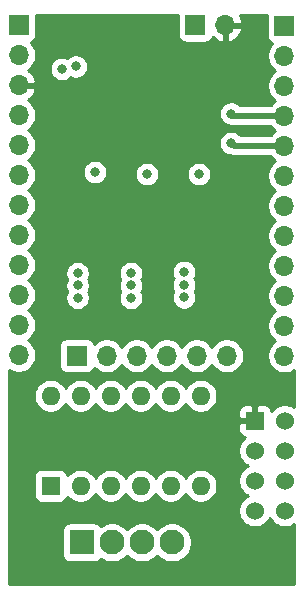
<source format=gbr>
G04 #@! TF.GenerationSoftware,KiCad,Pcbnew,(5.1.5)-3*
G04 #@! TF.CreationDate,2020-07-22T22:43:47-05:00*
G04 #@! TF.ProjectId,LightDriverShieldVer2,4c696768-7444-4726-9976-657253686965,rev?*
G04 #@! TF.SameCoordinates,Original*
G04 #@! TF.FileFunction,Copper,L3,Inr*
G04 #@! TF.FilePolarity,Positive*
%FSLAX46Y46*%
G04 Gerber Fmt 4.6, Leading zero omitted, Abs format (unit mm)*
G04 Created by KiCad (PCBNEW (5.1.5)-3) date 2020-07-22 22:43:47*
%MOMM*%
%LPD*%
G04 APERTURE LIST*
%ADD10O,1.700000X1.700000*%
%ADD11R,1.700000X1.700000*%
%ADD12C,1.524000*%
%ADD13R,1.524000X1.524000*%
%ADD14O,1.600000X1.600000*%
%ADD15R,1.600000X1.600000*%
%ADD16C,2.100000*%
%ADD17R,2.100000X2.100000*%
%ADD18C,0.800000*%
%ADD19C,0.500000*%
%ADD20C,0.254000*%
G04 APERTURE END LIST*
D10*
X117500000Y-92000000D03*
D11*
X114960000Y-92000000D03*
D12*
X122540000Y-133120000D03*
X120000000Y-133120000D03*
X122540000Y-130580000D03*
X120000000Y-130580000D03*
X122540000Y-128040000D03*
X120000000Y-128040000D03*
X122540000Y-125500000D03*
D13*
X120000000Y-125500000D03*
D14*
X102700000Y-123380000D03*
X115400000Y-131000000D03*
X105240000Y-123380000D03*
X112860000Y-131000000D03*
X107780000Y-123380000D03*
X110320000Y-131000000D03*
X110320000Y-123380000D03*
X107780000Y-131000000D03*
X112860000Y-123380000D03*
X105240000Y-131000000D03*
X115400000Y-123380000D03*
D15*
X102700000Y-131000000D03*
D16*
X112990000Y-135800000D03*
X110450000Y-135800000D03*
X107910000Y-135800000D03*
D17*
X105370000Y-135800000D03*
D10*
X117620000Y-120000000D03*
X115080000Y-120000000D03*
X112540000Y-120000000D03*
X110000000Y-120000000D03*
X107460000Y-120000000D03*
D11*
X104920000Y-120000000D03*
D10*
X122500000Y-120000000D03*
X122500000Y-117460000D03*
X122500000Y-114920000D03*
X122500000Y-112380000D03*
X122500000Y-109840000D03*
X122500000Y-107300000D03*
X122500000Y-104760000D03*
X122500000Y-102220000D03*
X122500000Y-99680000D03*
X122500000Y-97140000D03*
X122500000Y-94600000D03*
D11*
X122500000Y-92060000D03*
D10*
X100000000Y-119940000D03*
X100000000Y-117400000D03*
X100000000Y-114860000D03*
X100000000Y-112320000D03*
X100000000Y-109780000D03*
X100000000Y-107240000D03*
X100000000Y-104700000D03*
X100000000Y-102160000D03*
X100000000Y-99620000D03*
X100000000Y-97080000D03*
X100000000Y-94540000D03*
D11*
X100000000Y-92000000D03*
D18*
X111250000Y-112500000D03*
X111250000Y-115500000D03*
X106750000Y-112500000D03*
X106750000Y-115500000D03*
X115750000Y-115500000D03*
X115750000Y-112500000D03*
X103650000Y-95700000D03*
X118000000Y-99500000D03*
X118000002Y-102000000D03*
X110850000Y-104615000D03*
X115250000Y-104615000D03*
X106450000Y-104450000D03*
X114000000Y-115050000D03*
X114000000Y-112900000D03*
X114000000Y-114000000D03*
X109500000Y-113000000D03*
X109500000Y-115100000D03*
X109500000Y-114050000D03*
X105000000Y-115100000D03*
X105000000Y-113000000D03*
X105000000Y-114050000D03*
X104849996Y-95500000D03*
D19*
X118180000Y-99680000D02*
X118000000Y-99500000D01*
X122500000Y-99680000D02*
X118180000Y-99680000D01*
X118220002Y-102220000D02*
X118000002Y-102000000D01*
X122500000Y-102220000D02*
X118220002Y-102220000D01*
D20*
G36*
X113471928Y-92850000D02*
G01*
X113484188Y-92974482D01*
X113520498Y-93094180D01*
X113579463Y-93204494D01*
X113658815Y-93301185D01*
X113755506Y-93380537D01*
X113865820Y-93439502D01*
X113985518Y-93475812D01*
X114110000Y-93488072D01*
X115810000Y-93488072D01*
X115934482Y-93475812D01*
X116054180Y-93439502D01*
X116164494Y-93380537D01*
X116261185Y-93301185D01*
X116340537Y-93204494D01*
X116399502Y-93094180D01*
X116423966Y-93013534D01*
X116499731Y-93097588D01*
X116733080Y-93271641D01*
X116995901Y-93396825D01*
X117143110Y-93441476D01*
X117373000Y-93320155D01*
X117373000Y-92127000D01*
X117627000Y-92127000D01*
X117627000Y-93320155D01*
X117856890Y-93441476D01*
X118004099Y-93396825D01*
X118266920Y-93271641D01*
X118500269Y-93097588D01*
X118695178Y-92881355D01*
X118844157Y-92631252D01*
X118941481Y-92356891D01*
X118820814Y-92127000D01*
X117627000Y-92127000D01*
X117373000Y-92127000D01*
X117353000Y-92127000D01*
X117353000Y-91873000D01*
X117373000Y-91873000D01*
X117373000Y-91853000D01*
X117627000Y-91853000D01*
X117627000Y-91873000D01*
X118820814Y-91873000D01*
X118941481Y-91643109D01*
X118844157Y-91368748D01*
X118719812Y-91160000D01*
X121016852Y-91160000D01*
X121011928Y-91210000D01*
X121011928Y-92910000D01*
X121024188Y-93034482D01*
X121060498Y-93154180D01*
X121119463Y-93264494D01*
X121198815Y-93361185D01*
X121295506Y-93440537D01*
X121405820Y-93499502D01*
X121478380Y-93521513D01*
X121346525Y-93653368D01*
X121184010Y-93896589D01*
X121072068Y-94166842D01*
X121015000Y-94453740D01*
X121015000Y-94746260D01*
X121072068Y-95033158D01*
X121184010Y-95303411D01*
X121346525Y-95546632D01*
X121553368Y-95753475D01*
X121727760Y-95870000D01*
X121553368Y-95986525D01*
X121346525Y-96193368D01*
X121184010Y-96436589D01*
X121072068Y-96706842D01*
X121015000Y-96993740D01*
X121015000Y-97286260D01*
X121072068Y-97573158D01*
X121184010Y-97843411D01*
X121346525Y-98086632D01*
X121553368Y-98293475D01*
X121727760Y-98410000D01*
X121553368Y-98526525D01*
X121346525Y-98733368D01*
X121305344Y-98795000D01*
X118758711Y-98795000D01*
X118659774Y-98696063D01*
X118490256Y-98582795D01*
X118301898Y-98504774D01*
X118101939Y-98465000D01*
X117898061Y-98465000D01*
X117698102Y-98504774D01*
X117509744Y-98582795D01*
X117340226Y-98696063D01*
X117196063Y-98840226D01*
X117082795Y-99009744D01*
X117004774Y-99198102D01*
X116965000Y-99398061D01*
X116965000Y-99601939D01*
X117004774Y-99801898D01*
X117082795Y-99990256D01*
X117196063Y-100159774D01*
X117340226Y-100303937D01*
X117509744Y-100417205D01*
X117698102Y-100495226D01*
X117898061Y-100535000D01*
X117949827Y-100535000D01*
X118006510Y-100552195D01*
X118136523Y-100565000D01*
X118136533Y-100565000D01*
X118179999Y-100569281D01*
X118223465Y-100565000D01*
X121305344Y-100565000D01*
X121346525Y-100626632D01*
X121553368Y-100833475D01*
X121727760Y-100950000D01*
X121553368Y-101066525D01*
X121346525Y-101273368D01*
X121305344Y-101335000D01*
X118798713Y-101335000D01*
X118659776Y-101196063D01*
X118490258Y-101082795D01*
X118301900Y-101004774D01*
X118101941Y-100965000D01*
X117898063Y-100965000D01*
X117698104Y-101004774D01*
X117509746Y-101082795D01*
X117340228Y-101196063D01*
X117196065Y-101340226D01*
X117082797Y-101509744D01*
X117004776Y-101698102D01*
X116965002Y-101898061D01*
X116965002Y-102101939D01*
X117004776Y-102301898D01*
X117082797Y-102490256D01*
X117196065Y-102659774D01*
X117340228Y-102803937D01*
X117509746Y-102917205D01*
X117698104Y-102995226D01*
X117849165Y-103025274D01*
X117879689Y-103041589D01*
X118007684Y-103080416D01*
X118046511Y-103092195D01*
X118061308Y-103093652D01*
X118176525Y-103105000D01*
X118176533Y-103105000D01*
X118220002Y-103109281D01*
X118263471Y-103105000D01*
X121305344Y-103105000D01*
X121346525Y-103166632D01*
X121553368Y-103373475D01*
X121727760Y-103490000D01*
X121553368Y-103606525D01*
X121346525Y-103813368D01*
X121184010Y-104056589D01*
X121072068Y-104326842D01*
X121015000Y-104613740D01*
X121015000Y-104906260D01*
X121072068Y-105193158D01*
X121184010Y-105463411D01*
X121346525Y-105706632D01*
X121553368Y-105913475D01*
X121727760Y-106030000D01*
X121553368Y-106146525D01*
X121346525Y-106353368D01*
X121184010Y-106596589D01*
X121072068Y-106866842D01*
X121015000Y-107153740D01*
X121015000Y-107446260D01*
X121072068Y-107733158D01*
X121184010Y-108003411D01*
X121346525Y-108246632D01*
X121553368Y-108453475D01*
X121727760Y-108570000D01*
X121553368Y-108686525D01*
X121346525Y-108893368D01*
X121184010Y-109136589D01*
X121072068Y-109406842D01*
X121015000Y-109693740D01*
X121015000Y-109986260D01*
X121072068Y-110273158D01*
X121184010Y-110543411D01*
X121346525Y-110786632D01*
X121553368Y-110993475D01*
X121727760Y-111110000D01*
X121553368Y-111226525D01*
X121346525Y-111433368D01*
X121184010Y-111676589D01*
X121072068Y-111946842D01*
X121015000Y-112233740D01*
X121015000Y-112526260D01*
X121072068Y-112813158D01*
X121184010Y-113083411D01*
X121346525Y-113326632D01*
X121553368Y-113533475D01*
X121727760Y-113650000D01*
X121553368Y-113766525D01*
X121346525Y-113973368D01*
X121184010Y-114216589D01*
X121072068Y-114486842D01*
X121015000Y-114773740D01*
X121015000Y-115066260D01*
X121072068Y-115353158D01*
X121184010Y-115623411D01*
X121346525Y-115866632D01*
X121553368Y-116073475D01*
X121727760Y-116190000D01*
X121553368Y-116306525D01*
X121346525Y-116513368D01*
X121184010Y-116756589D01*
X121072068Y-117026842D01*
X121015000Y-117313740D01*
X121015000Y-117606260D01*
X121072068Y-117893158D01*
X121184010Y-118163411D01*
X121346525Y-118406632D01*
X121553368Y-118613475D01*
X121727760Y-118730000D01*
X121553368Y-118846525D01*
X121346525Y-119053368D01*
X121184010Y-119296589D01*
X121072068Y-119566842D01*
X121015000Y-119853740D01*
X121015000Y-120146260D01*
X121072068Y-120433158D01*
X121184010Y-120703411D01*
X121346525Y-120946632D01*
X121553368Y-121153475D01*
X121796589Y-121315990D01*
X122066842Y-121427932D01*
X122353740Y-121485000D01*
X122646260Y-121485000D01*
X122933158Y-121427932D01*
X123203411Y-121315990D01*
X123340001Y-121224724D01*
X123340001Y-124354387D01*
X123201727Y-124261995D01*
X122947490Y-124156686D01*
X122677592Y-124103000D01*
X122402408Y-124103000D01*
X122132510Y-124156686D01*
X121878273Y-124261995D01*
X121649465Y-124414880D01*
X121454880Y-124609465D01*
X121396080Y-124697465D01*
X121387812Y-124613518D01*
X121351502Y-124493820D01*
X121292537Y-124383506D01*
X121213185Y-124286815D01*
X121116494Y-124207463D01*
X121006180Y-124148498D01*
X120886482Y-124112188D01*
X120762000Y-124099928D01*
X120285750Y-124103000D01*
X120127000Y-124261750D01*
X120127000Y-125373000D01*
X120147000Y-125373000D01*
X120147000Y-125627000D01*
X120127000Y-125627000D01*
X120127000Y-125647000D01*
X119873000Y-125647000D01*
X119873000Y-125627000D01*
X118761750Y-125627000D01*
X118603000Y-125785750D01*
X118599928Y-126262000D01*
X118612188Y-126386482D01*
X118648498Y-126506180D01*
X118707463Y-126616494D01*
X118786815Y-126713185D01*
X118883506Y-126792537D01*
X118993820Y-126851502D01*
X119113518Y-126887812D01*
X119197465Y-126896080D01*
X119109465Y-126954880D01*
X118914880Y-127149465D01*
X118761995Y-127378273D01*
X118656686Y-127632510D01*
X118603000Y-127902408D01*
X118603000Y-128177592D01*
X118656686Y-128447490D01*
X118761995Y-128701727D01*
X118914880Y-128930535D01*
X119109465Y-129125120D01*
X119338273Y-129278005D01*
X119415515Y-129310000D01*
X119338273Y-129341995D01*
X119109465Y-129494880D01*
X118914880Y-129689465D01*
X118761995Y-129918273D01*
X118656686Y-130172510D01*
X118603000Y-130442408D01*
X118603000Y-130717592D01*
X118656686Y-130987490D01*
X118761995Y-131241727D01*
X118914880Y-131470535D01*
X119109465Y-131665120D01*
X119338273Y-131818005D01*
X119415515Y-131850000D01*
X119338273Y-131881995D01*
X119109465Y-132034880D01*
X118914880Y-132229465D01*
X118761995Y-132458273D01*
X118656686Y-132712510D01*
X118603000Y-132982408D01*
X118603000Y-133257592D01*
X118656686Y-133527490D01*
X118761995Y-133781727D01*
X118914880Y-134010535D01*
X119109465Y-134205120D01*
X119338273Y-134358005D01*
X119592510Y-134463314D01*
X119862408Y-134517000D01*
X120137592Y-134517000D01*
X120407490Y-134463314D01*
X120661727Y-134358005D01*
X120890535Y-134205120D01*
X121085120Y-134010535D01*
X121238005Y-133781727D01*
X121270000Y-133704485D01*
X121301995Y-133781727D01*
X121454880Y-134010535D01*
X121649465Y-134205120D01*
X121878273Y-134358005D01*
X122132510Y-134463314D01*
X122402408Y-134517000D01*
X122677592Y-134517000D01*
X122947490Y-134463314D01*
X123201727Y-134358005D01*
X123340001Y-134265613D01*
X123340001Y-139340000D01*
X99160000Y-139340000D01*
X99160000Y-134750000D01*
X103681928Y-134750000D01*
X103681928Y-136850000D01*
X103694188Y-136974482D01*
X103730498Y-137094180D01*
X103789463Y-137204494D01*
X103868815Y-137301185D01*
X103965506Y-137380537D01*
X104075820Y-137439502D01*
X104195518Y-137475812D01*
X104320000Y-137488072D01*
X106420000Y-137488072D01*
X106544482Y-137475812D01*
X106664180Y-137439502D01*
X106774494Y-137380537D01*
X106871185Y-137301185D01*
X106950537Y-137204494D01*
X106958042Y-137190454D01*
X107111853Y-137293228D01*
X107418504Y-137420246D01*
X107744042Y-137485000D01*
X108075958Y-137485000D01*
X108401496Y-137420246D01*
X108708147Y-137293228D01*
X108984125Y-137108825D01*
X109180000Y-136912950D01*
X109375875Y-137108825D01*
X109651853Y-137293228D01*
X109958504Y-137420246D01*
X110284042Y-137485000D01*
X110615958Y-137485000D01*
X110941496Y-137420246D01*
X111248147Y-137293228D01*
X111524125Y-137108825D01*
X111720000Y-136912950D01*
X111915875Y-137108825D01*
X112191853Y-137293228D01*
X112498504Y-137420246D01*
X112824042Y-137485000D01*
X113155958Y-137485000D01*
X113481496Y-137420246D01*
X113788147Y-137293228D01*
X114064125Y-137108825D01*
X114298825Y-136874125D01*
X114483228Y-136598147D01*
X114610246Y-136291496D01*
X114675000Y-135965958D01*
X114675000Y-135634042D01*
X114610246Y-135308504D01*
X114483228Y-135001853D01*
X114298825Y-134725875D01*
X114064125Y-134491175D01*
X113788147Y-134306772D01*
X113481496Y-134179754D01*
X113155958Y-134115000D01*
X112824042Y-134115000D01*
X112498504Y-134179754D01*
X112191853Y-134306772D01*
X111915875Y-134491175D01*
X111720000Y-134687050D01*
X111524125Y-134491175D01*
X111248147Y-134306772D01*
X110941496Y-134179754D01*
X110615958Y-134115000D01*
X110284042Y-134115000D01*
X109958504Y-134179754D01*
X109651853Y-134306772D01*
X109375875Y-134491175D01*
X109180000Y-134687050D01*
X108984125Y-134491175D01*
X108708147Y-134306772D01*
X108401496Y-134179754D01*
X108075958Y-134115000D01*
X107744042Y-134115000D01*
X107418504Y-134179754D01*
X107111853Y-134306772D01*
X106958042Y-134409546D01*
X106950537Y-134395506D01*
X106871185Y-134298815D01*
X106774494Y-134219463D01*
X106664180Y-134160498D01*
X106544482Y-134124188D01*
X106420000Y-134111928D01*
X104320000Y-134111928D01*
X104195518Y-134124188D01*
X104075820Y-134160498D01*
X103965506Y-134219463D01*
X103868815Y-134298815D01*
X103789463Y-134395506D01*
X103730498Y-134505820D01*
X103694188Y-134625518D01*
X103681928Y-134750000D01*
X99160000Y-134750000D01*
X99160000Y-130200000D01*
X101261928Y-130200000D01*
X101261928Y-131800000D01*
X101274188Y-131924482D01*
X101310498Y-132044180D01*
X101369463Y-132154494D01*
X101448815Y-132251185D01*
X101545506Y-132330537D01*
X101655820Y-132389502D01*
X101775518Y-132425812D01*
X101900000Y-132438072D01*
X103500000Y-132438072D01*
X103624482Y-132425812D01*
X103744180Y-132389502D01*
X103854494Y-132330537D01*
X103951185Y-132251185D01*
X104030537Y-132154494D01*
X104089502Y-132044180D01*
X104125812Y-131924482D01*
X104126643Y-131916039D01*
X104325241Y-132114637D01*
X104560273Y-132271680D01*
X104821426Y-132379853D01*
X105098665Y-132435000D01*
X105381335Y-132435000D01*
X105658574Y-132379853D01*
X105919727Y-132271680D01*
X106154759Y-132114637D01*
X106354637Y-131914759D01*
X106510000Y-131682241D01*
X106665363Y-131914759D01*
X106865241Y-132114637D01*
X107100273Y-132271680D01*
X107361426Y-132379853D01*
X107638665Y-132435000D01*
X107921335Y-132435000D01*
X108198574Y-132379853D01*
X108459727Y-132271680D01*
X108694759Y-132114637D01*
X108894637Y-131914759D01*
X109050000Y-131682241D01*
X109205363Y-131914759D01*
X109405241Y-132114637D01*
X109640273Y-132271680D01*
X109901426Y-132379853D01*
X110178665Y-132435000D01*
X110461335Y-132435000D01*
X110738574Y-132379853D01*
X110999727Y-132271680D01*
X111234759Y-132114637D01*
X111434637Y-131914759D01*
X111590000Y-131682241D01*
X111745363Y-131914759D01*
X111945241Y-132114637D01*
X112180273Y-132271680D01*
X112441426Y-132379853D01*
X112718665Y-132435000D01*
X113001335Y-132435000D01*
X113278574Y-132379853D01*
X113539727Y-132271680D01*
X113774759Y-132114637D01*
X113974637Y-131914759D01*
X114130000Y-131682241D01*
X114285363Y-131914759D01*
X114485241Y-132114637D01*
X114720273Y-132271680D01*
X114981426Y-132379853D01*
X115258665Y-132435000D01*
X115541335Y-132435000D01*
X115818574Y-132379853D01*
X116079727Y-132271680D01*
X116314759Y-132114637D01*
X116514637Y-131914759D01*
X116671680Y-131679727D01*
X116779853Y-131418574D01*
X116835000Y-131141335D01*
X116835000Y-130858665D01*
X116779853Y-130581426D01*
X116671680Y-130320273D01*
X116514637Y-130085241D01*
X116314759Y-129885363D01*
X116079727Y-129728320D01*
X115818574Y-129620147D01*
X115541335Y-129565000D01*
X115258665Y-129565000D01*
X114981426Y-129620147D01*
X114720273Y-129728320D01*
X114485241Y-129885363D01*
X114285363Y-130085241D01*
X114130000Y-130317759D01*
X113974637Y-130085241D01*
X113774759Y-129885363D01*
X113539727Y-129728320D01*
X113278574Y-129620147D01*
X113001335Y-129565000D01*
X112718665Y-129565000D01*
X112441426Y-129620147D01*
X112180273Y-129728320D01*
X111945241Y-129885363D01*
X111745363Y-130085241D01*
X111590000Y-130317759D01*
X111434637Y-130085241D01*
X111234759Y-129885363D01*
X110999727Y-129728320D01*
X110738574Y-129620147D01*
X110461335Y-129565000D01*
X110178665Y-129565000D01*
X109901426Y-129620147D01*
X109640273Y-129728320D01*
X109405241Y-129885363D01*
X109205363Y-130085241D01*
X109050000Y-130317759D01*
X108894637Y-130085241D01*
X108694759Y-129885363D01*
X108459727Y-129728320D01*
X108198574Y-129620147D01*
X107921335Y-129565000D01*
X107638665Y-129565000D01*
X107361426Y-129620147D01*
X107100273Y-129728320D01*
X106865241Y-129885363D01*
X106665363Y-130085241D01*
X106510000Y-130317759D01*
X106354637Y-130085241D01*
X106154759Y-129885363D01*
X105919727Y-129728320D01*
X105658574Y-129620147D01*
X105381335Y-129565000D01*
X105098665Y-129565000D01*
X104821426Y-129620147D01*
X104560273Y-129728320D01*
X104325241Y-129885363D01*
X104126643Y-130083961D01*
X104125812Y-130075518D01*
X104089502Y-129955820D01*
X104030537Y-129845506D01*
X103951185Y-129748815D01*
X103854494Y-129669463D01*
X103744180Y-129610498D01*
X103624482Y-129574188D01*
X103500000Y-129561928D01*
X101900000Y-129561928D01*
X101775518Y-129574188D01*
X101655820Y-129610498D01*
X101545506Y-129669463D01*
X101448815Y-129748815D01*
X101369463Y-129845506D01*
X101310498Y-129955820D01*
X101274188Y-130075518D01*
X101261928Y-130200000D01*
X99160000Y-130200000D01*
X99160000Y-123238665D01*
X101265000Y-123238665D01*
X101265000Y-123521335D01*
X101320147Y-123798574D01*
X101428320Y-124059727D01*
X101585363Y-124294759D01*
X101785241Y-124494637D01*
X102020273Y-124651680D01*
X102281426Y-124759853D01*
X102558665Y-124815000D01*
X102841335Y-124815000D01*
X103118574Y-124759853D01*
X103379727Y-124651680D01*
X103614759Y-124494637D01*
X103814637Y-124294759D01*
X103970000Y-124062241D01*
X104125363Y-124294759D01*
X104325241Y-124494637D01*
X104560273Y-124651680D01*
X104821426Y-124759853D01*
X105098665Y-124815000D01*
X105381335Y-124815000D01*
X105658574Y-124759853D01*
X105919727Y-124651680D01*
X106154759Y-124494637D01*
X106354637Y-124294759D01*
X106510000Y-124062241D01*
X106665363Y-124294759D01*
X106865241Y-124494637D01*
X107100273Y-124651680D01*
X107361426Y-124759853D01*
X107638665Y-124815000D01*
X107921335Y-124815000D01*
X108198574Y-124759853D01*
X108459727Y-124651680D01*
X108694759Y-124494637D01*
X108894637Y-124294759D01*
X109050000Y-124062241D01*
X109205363Y-124294759D01*
X109405241Y-124494637D01*
X109640273Y-124651680D01*
X109901426Y-124759853D01*
X110178665Y-124815000D01*
X110461335Y-124815000D01*
X110738574Y-124759853D01*
X110999727Y-124651680D01*
X111234759Y-124494637D01*
X111434637Y-124294759D01*
X111590000Y-124062241D01*
X111745363Y-124294759D01*
X111945241Y-124494637D01*
X112180273Y-124651680D01*
X112441426Y-124759853D01*
X112718665Y-124815000D01*
X113001335Y-124815000D01*
X113278574Y-124759853D01*
X113539727Y-124651680D01*
X113774759Y-124494637D01*
X113974637Y-124294759D01*
X114130000Y-124062241D01*
X114285363Y-124294759D01*
X114485241Y-124494637D01*
X114720273Y-124651680D01*
X114981426Y-124759853D01*
X115258665Y-124815000D01*
X115541335Y-124815000D01*
X115818574Y-124759853D01*
X115871331Y-124738000D01*
X118599928Y-124738000D01*
X118603000Y-125214250D01*
X118761750Y-125373000D01*
X119873000Y-125373000D01*
X119873000Y-124261750D01*
X119714250Y-124103000D01*
X119238000Y-124099928D01*
X119113518Y-124112188D01*
X118993820Y-124148498D01*
X118883506Y-124207463D01*
X118786815Y-124286815D01*
X118707463Y-124383506D01*
X118648498Y-124493820D01*
X118612188Y-124613518D01*
X118599928Y-124738000D01*
X115871331Y-124738000D01*
X116079727Y-124651680D01*
X116314759Y-124494637D01*
X116514637Y-124294759D01*
X116671680Y-124059727D01*
X116779853Y-123798574D01*
X116835000Y-123521335D01*
X116835000Y-123238665D01*
X116779853Y-122961426D01*
X116671680Y-122700273D01*
X116514637Y-122465241D01*
X116314759Y-122265363D01*
X116079727Y-122108320D01*
X115818574Y-122000147D01*
X115541335Y-121945000D01*
X115258665Y-121945000D01*
X114981426Y-122000147D01*
X114720273Y-122108320D01*
X114485241Y-122265363D01*
X114285363Y-122465241D01*
X114130000Y-122697759D01*
X113974637Y-122465241D01*
X113774759Y-122265363D01*
X113539727Y-122108320D01*
X113278574Y-122000147D01*
X113001335Y-121945000D01*
X112718665Y-121945000D01*
X112441426Y-122000147D01*
X112180273Y-122108320D01*
X111945241Y-122265363D01*
X111745363Y-122465241D01*
X111590000Y-122697759D01*
X111434637Y-122465241D01*
X111234759Y-122265363D01*
X110999727Y-122108320D01*
X110738574Y-122000147D01*
X110461335Y-121945000D01*
X110178665Y-121945000D01*
X109901426Y-122000147D01*
X109640273Y-122108320D01*
X109405241Y-122265363D01*
X109205363Y-122465241D01*
X109050000Y-122697759D01*
X108894637Y-122465241D01*
X108694759Y-122265363D01*
X108459727Y-122108320D01*
X108198574Y-122000147D01*
X107921335Y-121945000D01*
X107638665Y-121945000D01*
X107361426Y-122000147D01*
X107100273Y-122108320D01*
X106865241Y-122265363D01*
X106665363Y-122465241D01*
X106510000Y-122697759D01*
X106354637Y-122465241D01*
X106154759Y-122265363D01*
X105919727Y-122108320D01*
X105658574Y-122000147D01*
X105381335Y-121945000D01*
X105098665Y-121945000D01*
X104821426Y-122000147D01*
X104560273Y-122108320D01*
X104325241Y-122265363D01*
X104125363Y-122465241D01*
X103970000Y-122697759D01*
X103814637Y-122465241D01*
X103614759Y-122265363D01*
X103379727Y-122108320D01*
X103118574Y-122000147D01*
X102841335Y-121945000D01*
X102558665Y-121945000D01*
X102281426Y-122000147D01*
X102020273Y-122108320D01*
X101785241Y-122265363D01*
X101585363Y-122465241D01*
X101428320Y-122700273D01*
X101320147Y-122961426D01*
X101265000Y-123238665D01*
X99160000Y-123238665D01*
X99160000Y-121164724D01*
X99296589Y-121255990D01*
X99566842Y-121367932D01*
X99853740Y-121425000D01*
X100146260Y-121425000D01*
X100433158Y-121367932D01*
X100703411Y-121255990D01*
X100946632Y-121093475D01*
X101153475Y-120886632D01*
X101315990Y-120643411D01*
X101427932Y-120373158D01*
X101485000Y-120086260D01*
X101485000Y-119793740D01*
X101427932Y-119506842D01*
X101315990Y-119236589D01*
X101258134Y-119150000D01*
X103431928Y-119150000D01*
X103431928Y-120850000D01*
X103444188Y-120974482D01*
X103480498Y-121094180D01*
X103539463Y-121204494D01*
X103618815Y-121301185D01*
X103715506Y-121380537D01*
X103825820Y-121439502D01*
X103945518Y-121475812D01*
X104070000Y-121488072D01*
X105770000Y-121488072D01*
X105894482Y-121475812D01*
X106014180Y-121439502D01*
X106124494Y-121380537D01*
X106221185Y-121301185D01*
X106300537Y-121204494D01*
X106359502Y-121094180D01*
X106381513Y-121021620D01*
X106513368Y-121153475D01*
X106756589Y-121315990D01*
X107026842Y-121427932D01*
X107313740Y-121485000D01*
X107606260Y-121485000D01*
X107893158Y-121427932D01*
X108163411Y-121315990D01*
X108406632Y-121153475D01*
X108613475Y-120946632D01*
X108730000Y-120772240D01*
X108846525Y-120946632D01*
X109053368Y-121153475D01*
X109296589Y-121315990D01*
X109566842Y-121427932D01*
X109853740Y-121485000D01*
X110146260Y-121485000D01*
X110433158Y-121427932D01*
X110703411Y-121315990D01*
X110946632Y-121153475D01*
X111153475Y-120946632D01*
X111270000Y-120772240D01*
X111386525Y-120946632D01*
X111593368Y-121153475D01*
X111836589Y-121315990D01*
X112106842Y-121427932D01*
X112393740Y-121485000D01*
X112686260Y-121485000D01*
X112973158Y-121427932D01*
X113243411Y-121315990D01*
X113486632Y-121153475D01*
X113693475Y-120946632D01*
X113810000Y-120772240D01*
X113926525Y-120946632D01*
X114133368Y-121153475D01*
X114376589Y-121315990D01*
X114646842Y-121427932D01*
X114933740Y-121485000D01*
X115226260Y-121485000D01*
X115513158Y-121427932D01*
X115783411Y-121315990D01*
X116026632Y-121153475D01*
X116233475Y-120946632D01*
X116350000Y-120772240D01*
X116466525Y-120946632D01*
X116673368Y-121153475D01*
X116916589Y-121315990D01*
X117186842Y-121427932D01*
X117473740Y-121485000D01*
X117766260Y-121485000D01*
X118053158Y-121427932D01*
X118323411Y-121315990D01*
X118566632Y-121153475D01*
X118773475Y-120946632D01*
X118935990Y-120703411D01*
X119047932Y-120433158D01*
X119105000Y-120146260D01*
X119105000Y-119853740D01*
X119047932Y-119566842D01*
X118935990Y-119296589D01*
X118773475Y-119053368D01*
X118566632Y-118846525D01*
X118323411Y-118684010D01*
X118053158Y-118572068D01*
X117766260Y-118515000D01*
X117473740Y-118515000D01*
X117186842Y-118572068D01*
X116916589Y-118684010D01*
X116673368Y-118846525D01*
X116466525Y-119053368D01*
X116350000Y-119227760D01*
X116233475Y-119053368D01*
X116026632Y-118846525D01*
X115783411Y-118684010D01*
X115513158Y-118572068D01*
X115226260Y-118515000D01*
X114933740Y-118515000D01*
X114646842Y-118572068D01*
X114376589Y-118684010D01*
X114133368Y-118846525D01*
X113926525Y-119053368D01*
X113810000Y-119227760D01*
X113693475Y-119053368D01*
X113486632Y-118846525D01*
X113243411Y-118684010D01*
X112973158Y-118572068D01*
X112686260Y-118515000D01*
X112393740Y-118515000D01*
X112106842Y-118572068D01*
X111836589Y-118684010D01*
X111593368Y-118846525D01*
X111386525Y-119053368D01*
X111270000Y-119227760D01*
X111153475Y-119053368D01*
X110946632Y-118846525D01*
X110703411Y-118684010D01*
X110433158Y-118572068D01*
X110146260Y-118515000D01*
X109853740Y-118515000D01*
X109566842Y-118572068D01*
X109296589Y-118684010D01*
X109053368Y-118846525D01*
X108846525Y-119053368D01*
X108730000Y-119227760D01*
X108613475Y-119053368D01*
X108406632Y-118846525D01*
X108163411Y-118684010D01*
X107893158Y-118572068D01*
X107606260Y-118515000D01*
X107313740Y-118515000D01*
X107026842Y-118572068D01*
X106756589Y-118684010D01*
X106513368Y-118846525D01*
X106381513Y-118978380D01*
X106359502Y-118905820D01*
X106300537Y-118795506D01*
X106221185Y-118698815D01*
X106124494Y-118619463D01*
X106014180Y-118560498D01*
X105894482Y-118524188D01*
X105770000Y-118511928D01*
X104070000Y-118511928D01*
X103945518Y-118524188D01*
X103825820Y-118560498D01*
X103715506Y-118619463D01*
X103618815Y-118698815D01*
X103539463Y-118795506D01*
X103480498Y-118905820D01*
X103444188Y-119025518D01*
X103431928Y-119150000D01*
X101258134Y-119150000D01*
X101153475Y-118993368D01*
X100946632Y-118786525D01*
X100772240Y-118670000D01*
X100946632Y-118553475D01*
X101153475Y-118346632D01*
X101315990Y-118103411D01*
X101427932Y-117833158D01*
X101485000Y-117546260D01*
X101485000Y-117253740D01*
X101427932Y-116966842D01*
X101315990Y-116696589D01*
X101153475Y-116453368D01*
X100946632Y-116246525D01*
X100772240Y-116130000D01*
X100946632Y-116013475D01*
X101153475Y-115806632D01*
X101315990Y-115563411D01*
X101427932Y-115293158D01*
X101485000Y-115006260D01*
X101485000Y-114713740D01*
X101427932Y-114426842D01*
X101315990Y-114156589D01*
X101153475Y-113913368D01*
X100946632Y-113706525D01*
X100772240Y-113590000D01*
X100946632Y-113473475D01*
X101153475Y-113266632D01*
X101315990Y-113023411D01*
X101367911Y-112898061D01*
X103965000Y-112898061D01*
X103965000Y-113101939D01*
X104004774Y-113301898D01*
X104082795Y-113490256D01*
X104106010Y-113525000D01*
X104082795Y-113559744D01*
X104004774Y-113748102D01*
X103965000Y-113948061D01*
X103965000Y-114151939D01*
X104004774Y-114351898D01*
X104082795Y-114540256D01*
X104106010Y-114575000D01*
X104082795Y-114609744D01*
X104004774Y-114798102D01*
X103965000Y-114998061D01*
X103965000Y-115201939D01*
X104004774Y-115401898D01*
X104082795Y-115590256D01*
X104196063Y-115759774D01*
X104340226Y-115903937D01*
X104509744Y-116017205D01*
X104698102Y-116095226D01*
X104898061Y-116135000D01*
X105101939Y-116135000D01*
X105301898Y-116095226D01*
X105490256Y-116017205D01*
X105659774Y-115903937D01*
X105803937Y-115759774D01*
X105917205Y-115590256D01*
X105995226Y-115401898D01*
X106035000Y-115201939D01*
X106035000Y-114998061D01*
X105995226Y-114798102D01*
X105917205Y-114609744D01*
X105893990Y-114575000D01*
X105917205Y-114540256D01*
X105995226Y-114351898D01*
X106035000Y-114151939D01*
X106035000Y-113948061D01*
X105995226Y-113748102D01*
X105917205Y-113559744D01*
X105893990Y-113525000D01*
X105917205Y-113490256D01*
X105995226Y-113301898D01*
X106035000Y-113101939D01*
X106035000Y-112898061D01*
X108465000Y-112898061D01*
X108465000Y-113101939D01*
X108504774Y-113301898D01*
X108582795Y-113490256D01*
X108606010Y-113525000D01*
X108582795Y-113559744D01*
X108504774Y-113748102D01*
X108465000Y-113948061D01*
X108465000Y-114151939D01*
X108504774Y-114351898D01*
X108582795Y-114540256D01*
X108606010Y-114575000D01*
X108582795Y-114609744D01*
X108504774Y-114798102D01*
X108465000Y-114998061D01*
X108465000Y-115201939D01*
X108504774Y-115401898D01*
X108582795Y-115590256D01*
X108696063Y-115759774D01*
X108840226Y-115903937D01*
X109009744Y-116017205D01*
X109198102Y-116095226D01*
X109398061Y-116135000D01*
X109601939Y-116135000D01*
X109801898Y-116095226D01*
X109990256Y-116017205D01*
X110159774Y-115903937D01*
X110303937Y-115759774D01*
X110417205Y-115590256D01*
X110495226Y-115401898D01*
X110535000Y-115201939D01*
X110535000Y-114998061D01*
X110495226Y-114798102D01*
X110417205Y-114609744D01*
X110393990Y-114575000D01*
X110417205Y-114540256D01*
X110495226Y-114351898D01*
X110535000Y-114151939D01*
X110535000Y-113948061D01*
X110495226Y-113748102D01*
X110417205Y-113559744D01*
X110393990Y-113525000D01*
X110417205Y-113490256D01*
X110495226Y-113301898D01*
X110535000Y-113101939D01*
X110535000Y-112898061D01*
X110515109Y-112798061D01*
X112965000Y-112798061D01*
X112965000Y-113001939D01*
X113004774Y-113201898D01*
X113082795Y-113390256D01*
X113122715Y-113450000D01*
X113082795Y-113509744D01*
X113004774Y-113698102D01*
X112965000Y-113898061D01*
X112965000Y-114101939D01*
X113004774Y-114301898D01*
X113082795Y-114490256D01*
X113106010Y-114525000D01*
X113082795Y-114559744D01*
X113004774Y-114748102D01*
X112965000Y-114948061D01*
X112965000Y-115151939D01*
X113004774Y-115351898D01*
X113082795Y-115540256D01*
X113196063Y-115709774D01*
X113340226Y-115853937D01*
X113509744Y-115967205D01*
X113698102Y-116045226D01*
X113898061Y-116085000D01*
X114101939Y-116085000D01*
X114301898Y-116045226D01*
X114490256Y-115967205D01*
X114659774Y-115853937D01*
X114803937Y-115709774D01*
X114917205Y-115540256D01*
X114995226Y-115351898D01*
X115035000Y-115151939D01*
X115035000Y-114948061D01*
X114995226Y-114748102D01*
X114917205Y-114559744D01*
X114893990Y-114525000D01*
X114917205Y-114490256D01*
X114995226Y-114301898D01*
X115035000Y-114101939D01*
X115035000Y-113898061D01*
X114995226Y-113698102D01*
X114917205Y-113509744D01*
X114877285Y-113450000D01*
X114917205Y-113390256D01*
X114995226Y-113201898D01*
X115035000Y-113001939D01*
X115035000Y-112798061D01*
X114995226Y-112598102D01*
X114917205Y-112409744D01*
X114803937Y-112240226D01*
X114659774Y-112096063D01*
X114490256Y-111982795D01*
X114301898Y-111904774D01*
X114101939Y-111865000D01*
X113898061Y-111865000D01*
X113698102Y-111904774D01*
X113509744Y-111982795D01*
X113340226Y-112096063D01*
X113196063Y-112240226D01*
X113082795Y-112409744D01*
X113004774Y-112598102D01*
X112965000Y-112798061D01*
X110515109Y-112798061D01*
X110495226Y-112698102D01*
X110417205Y-112509744D01*
X110303937Y-112340226D01*
X110159774Y-112196063D01*
X109990256Y-112082795D01*
X109801898Y-112004774D01*
X109601939Y-111965000D01*
X109398061Y-111965000D01*
X109198102Y-112004774D01*
X109009744Y-112082795D01*
X108840226Y-112196063D01*
X108696063Y-112340226D01*
X108582795Y-112509744D01*
X108504774Y-112698102D01*
X108465000Y-112898061D01*
X106035000Y-112898061D01*
X105995226Y-112698102D01*
X105917205Y-112509744D01*
X105803937Y-112340226D01*
X105659774Y-112196063D01*
X105490256Y-112082795D01*
X105301898Y-112004774D01*
X105101939Y-111965000D01*
X104898061Y-111965000D01*
X104698102Y-112004774D01*
X104509744Y-112082795D01*
X104340226Y-112196063D01*
X104196063Y-112340226D01*
X104082795Y-112509744D01*
X104004774Y-112698102D01*
X103965000Y-112898061D01*
X101367911Y-112898061D01*
X101427932Y-112753158D01*
X101485000Y-112466260D01*
X101485000Y-112173740D01*
X101427932Y-111886842D01*
X101315990Y-111616589D01*
X101153475Y-111373368D01*
X100946632Y-111166525D01*
X100772240Y-111050000D01*
X100946632Y-110933475D01*
X101153475Y-110726632D01*
X101315990Y-110483411D01*
X101427932Y-110213158D01*
X101485000Y-109926260D01*
X101485000Y-109633740D01*
X101427932Y-109346842D01*
X101315990Y-109076589D01*
X101153475Y-108833368D01*
X100946632Y-108626525D01*
X100772240Y-108510000D01*
X100946632Y-108393475D01*
X101153475Y-108186632D01*
X101315990Y-107943411D01*
X101427932Y-107673158D01*
X101485000Y-107386260D01*
X101485000Y-107093740D01*
X101427932Y-106806842D01*
X101315990Y-106536589D01*
X101153475Y-106293368D01*
X100946632Y-106086525D01*
X100772240Y-105970000D01*
X100946632Y-105853475D01*
X101153475Y-105646632D01*
X101315990Y-105403411D01*
X101427932Y-105133158D01*
X101485000Y-104846260D01*
X101485000Y-104553740D01*
X101444088Y-104348061D01*
X105415000Y-104348061D01*
X105415000Y-104551939D01*
X105454774Y-104751898D01*
X105532795Y-104940256D01*
X105646063Y-105109774D01*
X105790226Y-105253937D01*
X105959744Y-105367205D01*
X106148102Y-105445226D01*
X106348061Y-105485000D01*
X106551939Y-105485000D01*
X106751898Y-105445226D01*
X106940256Y-105367205D01*
X107109774Y-105253937D01*
X107253937Y-105109774D01*
X107367205Y-104940256D01*
X107445226Y-104751898D01*
X107485000Y-104551939D01*
X107485000Y-104513061D01*
X109815000Y-104513061D01*
X109815000Y-104716939D01*
X109854774Y-104916898D01*
X109932795Y-105105256D01*
X110046063Y-105274774D01*
X110190226Y-105418937D01*
X110359744Y-105532205D01*
X110548102Y-105610226D01*
X110748061Y-105650000D01*
X110951939Y-105650000D01*
X111151898Y-105610226D01*
X111340256Y-105532205D01*
X111509774Y-105418937D01*
X111653937Y-105274774D01*
X111767205Y-105105256D01*
X111845226Y-104916898D01*
X111885000Y-104716939D01*
X111885000Y-104513061D01*
X114215000Y-104513061D01*
X114215000Y-104716939D01*
X114254774Y-104916898D01*
X114332795Y-105105256D01*
X114446063Y-105274774D01*
X114590226Y-105418937D01*
X114759744Y-105532205D01*
X114948102Y-105610226D01*
X115148061Y-105650000D01*
X115351939Y-105650000D01*
X115551898Y-105610226D01*
X115740256Y-105532205D01*
X115909774Y-105418937D01*
X116053937Y-105274774D01*
X116167205Y-105105256D01*
X116245226Y-104916898D01*
X116285000Y-104716939D01*
X116285000Y-104513061D01*
X116245226Y-104313102D01*
X116167205Y-104124744D01*
X116053937Y-103955226D01*
X115909774Y-103811063D01*
X115740256Y-103697795D01*
X115551898Y-103619774D01*
X115351939Y-103580000D01*
X115148061Y-103580000D01*
X114948102Y-103619774D01*
X114759744Y-103697795D01*
X114590226Y-103811063D01*
X114446063Y-103955226D01*
X114332795Y-104124744D01*
X114254774Y-104313102D01*
X114215000Y-104513061D01*
X111885000Y-104513061D01*
X111845226Y-104313102D01*
X111767205Y-104124744D01*
X111653937Y-103955226D01*
X111509774Y-103811063D01*
X111340256Y-103697795D01*
X111151898Y-103619774D01*
X110951939Y-103580000D01*
X110748061Y-103580000D01*
X110548102Y-103619774D01*
X110359744Y-103697795D01*
X110190226Y-103811063D01*
X110046063Y-103955226D01*
X109932795Y-104124744D01*
X109854774Y-104313102D01*
X109815000Y-104513061D01*
X107485000Y-104513061D01*
X107485000Y-104348061D01*
X107445226Y-104148102D01*
X107367205Y-103959744D01*
X107253937Y-103790226D01*
X107109774Y-103646063D01*
X106940256Y-103532795D01*
X106751898Y-103454774D01*
X106551939Y-103415000D01*
X106348061Y-103415000D01*
X106148102Y-103454774D01*
X105959744Y-103532795D01*
X105790226Y-103646063D01*
X105646063Y-103790226D01*
X105532795Y-103959744D01*
X105454774Y-104148102D01*
X105415000Y-104348061D01*
X101444088Y-104348061D01*
X101427932Y-104266842D01*
X101315990Y-103996589D01*
X101153475Y-103753368D01*
X100946632Y-103546525D01*
X100772240Y-103430000D01*
X100946632Y-103313475D01*
X101153475Y-103106632D01*
X101315990Y-102863411D01*
X101427932Y-102593158D01*
X101485000Y-102306260D01*
X101485000Y-102013740D01*
X101427932Y-101726842D01*
X101315990Y-101456589D01*
X101153475Y-101213368D01*
X100946632Y-101006525D01*
X100772240Y-100890000D01*
X100946632Y-100773475D01*
X101153475Y-100566632D01*
X101315990Y-100323411D01*
X101427932Y-100053158D01*
X101485000Y-99766260D01*
X101485000Y-99473740D01*
X101427932Y-99186842D01*
X101315990Y-98916589D01*
X101153475Y-98673368D01*
X100946632Y-98466525D01*
X100764466Y-98344805D01*
X100881355Y-98275178D01*
X101097588Y-98080269D01*
X101271641Y-97846920D01*
X101396825Y-97584099D01*
X101441476Y-97436890D01*
X101320155Y-97207000D01*
X100127000Y-97207000D01*
X100127000Y-97227000D01*
X99873000Y-97227000D01*
X99873000Y-97207000D01*
X99853000Y-97207000D01*
X99853000Y-96953000D01*
X99873000Y-96953000D01*
X99873000Y-96933000D01*
X100127000Y-96933000D01*
X100127000Y-96953000D01*
X101320155Y-96953000D01*
X101441476Y-96723110D01*
X101396825Y-96575901D01*
X101271641Y-96313080D01*
X101097588Y-96079731D01*
X100881355Y-95884822D01*
X100764466Y-95815195D01*
X100946632Y-95693475D01*
X101042046Y-95598061D01*
X102615000Y-95598061D01*
X102615000Y-95801939D01*
X102654774Y-96001898D01*
X102732795Y-96190256D01*
X102846063Y-96359774D01*
X102990226Y-96503937D01*
X103159744Y-96617205D01*
X103348102Y-96695226D01*
X103548061Y-96735000D01*
X103751939Y-96735000D01*
X103951898Y-96695226D01*
X104140256Y-96617205D01*
X104309774Y-96503937D01*
X104385737Y-96427974D01*
X104548098Y-96495226D01*
X104748057Y-96535000D01*
X104951935Y-96535000D01*
X105151894Y-96495226D01*
X105340252Y-96417205D01*
X105509770Y-96303937D01*
X105653933Y-96159774D01*
X105767201Y-95990256D01*
X105845222Y-95801898D01*
X105884996Y-95601939D01*
X105884996Y-95398061D01*
X105845222Y-95198102D01*
X105767201Y-95009744D01*
X105653933Y-94840226D01*
X105509770Y-94696063D01*
X105340252Y-94582795D01*
X105151894Y-94504774D01*
X104951935Y-94465000D01*
X104748057Y-94465000D01*
X104548098Y-94504774D01*
X104359740Y-94582795D01*
X104190222Y-94696063D01*
X104114259Y-94772026D01*
X103951898Y-94704774D01*
X103751939Y-94665000D01*
X103548061Y-94665000D01*
X103348102Y-94704774D01*
X103159744Y-94782795D01*
X102990226Y-94896063D01*
X102846063Y-95040226D01*
X102732795Y-95209744D01*
X102654774Y-95398102D01*
X102615000Y-95598061D01*
X101042046Y-95598061D01*
X101153475Y-95486632D01*
X101315990Y-95243411D01*
X101427932Y-94973158D01*
X101485000Y-94686260D01*
X101485000Y-94393740D01*
X101427932Y-94106842D01*
X101315990Y-93836589D01*
X101153475Y-93593368D01*
X101021620Y-93461513D01*
X101094180Y-93439502D01*
X101204494Y-93380537D01*
X101301185Y-93301185D01*
X101380537Y-93204494D01*
X101439502Y-93094180D01*
X101475812Y-92974482D01*
X101488072Y-92850000D01*
X101488072Y-91160000D01*
X113471928Y-91160000D01*
X113471928Y-92850000D01*
G37*
X113471928Y-92850000D02*
X113484188Y-92974482D01*
X113520498Y-93094180D01*
X113579463Y-93204494D01*
X113658815Y-93301185D01*
X113755506Y-93380537D01*
X113865820Y-93439502D01*
X113985518Y-93475812D01*
X114110000Y-93488072D01*
X115810000Y-93488072D01*
X115934482Y-93475812D01*
X116054180Y-93439502D01*
X116164494Y-93380537D01*
X116261185Y-93301185D01*
X116340537Y-93204494D01*
X116399502Y-93094180D01*
X116423966Y-93013534D01*
X116499731Y-93097588D01*
X116733080Y-93271641D01*
X116995901Y-93396825D01*
X117143110Y-93441476D01*
X117373000Y-93320155D01*
X117373000Y-92127000D01*
X117627000Y-92127000D01*
X117627000Y-93320155D01*
X117856890Y-93441476D01*
X118004099Y-93396825D01*
X118266920Y-93271641D01*
X118500269Y-93097588D01*
X118695178Y-92881355D01*
X118844157Y-92631252D01*
X118941481Y-92356891D01*
X118820814Y-92127000D01*
X117627000Y-92127000D01*
X117373000Y-92127000D01*
X117353000Y-92127000D01*
X117353000Y-91873000D01*
X117373000Y-91873000D01*
X117373000Y-91853000D01*
X117627000Y-91853000D01*
X117627000Y-91873000D01*
X118820814Y-91873000D01*
X118941481Y-91643109D01*
X118844157Y-91368748D01*
X118719812Y-91160000D01*
X121016852Y-91160000D01*
X121011928Y-91210000D01*
X121011928Y-92910000D01*
X121024188Y-93034482D01*
X121060498Y-93154180D01*
X121119463Y-93264494D01*
X121198815Y-93361185D01*
X121295506Y-93440537D01*
X121405820Y-93499502D01*
X121478380Y-93521513D01*
X121346525Y-93653368D01*
X121184010Y-93896589D01*
X121072068Y-94166842D01*
X121015000Y-94453740D01*
X121015000Y-94746260D01*
X121072068Y-95033158D01*
X121184010Y-95303411D01*
X121346525Y-95546632D01*
X121553368Y-95753475D01*
X121727760Y-95870000D01*
X121553368Y-95986525D01*
X121346525Y-96193368D01*
X121184010Y-96436589D01*
X121072068Y-96706842D01*
X121015000Y-96993740D01*
X121015000Y-97286260D01*
X121072068Y-97573158D01*
X121184010Y-97843411D01*
X121346525Y-98086632D01*
X121553368Y-98293475D01*
X121727760Y-98410000D01*
X121553368Y-98526525D01*
X121346525Y-98733368D01*
X121305344Y-98795000D01*
X118758711Y-98795000D01*
X118659774Y-98696063D01*
X118490256Y-98582795D01*
X118301898Y-98504774D01*
X118101939Y-98465000D01*
X117898061Y-98465000D01*
X117698102Y-98504774D01*
X117509744Y-98582795D01*
X117340226Y-98696063D01*
X117196063Y-98840226D01*
X117082795Y-99009744D01*
X117004774Y-99198102D01*
X116965000Y-99398061D01*
X116965000Y-99601939D01*
X117004774Y-99801898D01*
X117082795Y-99990256D01*
X117196063Y-100159774D01*
X117340226Y-100303937D01*
X117509744Y-100417205D01*
X117698102Y-100495226D01*
X117898061Y-100535000D01*
X117949827Y-100535000D01*
X118006510Y-100552195D01*
X118136523Y-100565000D01*
X118136533Y-100565000D01*
X118179999Y-100569281D01*
X118223465Y-100565000D01*
X121305344Y-100565000D01*
X121346525Y-100626632D01*
X121553368Y-100833475D01*
X121727760Y-100950000D01*
X121553368Y-101066525D01*
X121346525Y-101273368D01*
X121305344Y-101335000D01*
X118798713Y-101335000D01*
X118659776Y-101196063D01*
X118490258Y-101082795D01*
X118301900Y-101004774D01*
X118101941Y-100965000D01*
X117898063Y-100965000D01*
X117698104Y-101004774D01*
X117509746Y-101082795D01*
X117340228Y-101196063D01*
X117196065Y-101340226D01*
X117082797Y-101509744D01*
X117004776Y-101698102D01*
X116965002Y-101898061D01*
X116965002Y-102101939D01*
X117004776Y-102301898D01*
X117082797Y-102490256D01*
X117196065Y-102659774D01*
X117340228Y-102803937D01*
X117509746Y-102917205D01*
X117698104Y-102995226D01*
X117849165Y-103025274D01*
X117879689Y-103041589D01*
X118007684Y-103080416D01*
X118046511Y-103092195D01*
X118061308Y-103093652D01*
X118176525Y-103105000D01*
X118176533Y-103105000D01*
X118220002Y-103109281D01*
X118263471Y-103105000D01*
X121305344Y-103105000D01*
X121346525Y-103166632D01*
X121553368Y-103373475D01*
X121727760Y-103490000D01*
X121553368Y-103606525D01*
X121346525Y-103813368D01*
X121184010Y-104056589D01*
X121072068Y-104326842D01*
X121015000Y-104613740D01*
X121015000Y-104906260D01*
X121072068Y-105193158D01*
X121184010Y-105463411D01*
X121346525Y-105706632D01*
X121553368Y-105913475D01*
X121727760Y-106030000D01*
X121553368Y-106146525D01*
X121346525Y-106353368D01*
X121184010Y-106596589D01*
X121072068Y-106866842D01*
X121015000Y-107153740D01*
X121015000Y-107446260D01*
X121072068Y-107733158D01*
X121184010Y-108003411D01*
X121346525Y-108246632D01*
X121553368Y-108453475D01*
X121727760Y-108570000D01*
X121553368Y-108686525D01*
X121346525Y-108893368D01*
X121184010Y-109136589D01*
X121072068Y-109406842D01*
X121015000Y-109693740D01*
X121015000Y-109986260D01*
X121072068Y-110273158D01*
X121184010Y-110543411D01*
X121346525Y-110786632D01*
X121553368Y-110993475D01*
X121727760Y-111110000D01*
X121553368Y-111226525D01*
X121346525Y-111433368D01*
X121184010Y-111676589D01*
X121072068Y-111946842D01*
X121015000Y-112233740D01*
X121015000Y-112526260D01*
X121072068Y-112813158D01*
X121184010Y-113083411D01*
X121346525Y-113326632D01*
X121553368Y-113533475D01*
X121727760Y-113650000D01*
X121553368Y-113766525D01*
X121346525Y-113973368D01*
X121184010Y-114216589D01*
X121072068Y-114486842D01*
X121015000Y-114773740D01*
X121015000Y-115066260D01*
X121072068Y-115353158D01*
X121184010Y-115623411D01*
X121346525Y-115866632D01*
X121553368Y-116073475D01*
X121727760Y-116190000D01*
X121553368Y-116306525D01*
X121346525Y-116513368D01*
X121184010Y-116756589D01*
X121072068Y-117026842D01*
X121015000Y-117313740D01*
X121015000Y-117606260D01*
X121072068Y-117893158D01*
X121184010Y-118163411D01*
X121346525Y-118406632D01*
X121553368Y-118613475D01*
X121727760Y-118730000D01*
X121553368Y-118846525D01*
X121346525Y-119053368D01*
X121184010Y-119296589D01*
X121072068Y-119566842D01*
X121015000Y-119853740D01*
X121015000Y-120146260D01*
X121072068Y-120433158D01*
X121184010Y-120703411D01*
X121346525Y-120946632D01*
X121553368Y-121153475D01*
X121796589Y-121315990D01*
X122066842Y-121427932D01*
X122353740Y-121485000D01*
X122646260Y-121485000D01*
X122933158Y-121427932D01*
X123203411Y-121315990D01*
X123340001Y-121224724D01*
X123340001Y-124354387D01*
X123201727Y-124261995D01*
X122947490Y-124156686D01*
X122677592Y-124103000D01*
X122402408Y-124103000D01*
X122132510Y-124156686D01*
X121878273Y-124261995D01*
X121649465Y-124414880D01*
X121454880Y-124609465D01*
X121396080Y-124697465D01*
X121387812Y-124613518D01*
X121351502Y-124493820D01*
X121292537Y-124383506D01*
X121213185Y-124286815D01*
X121116494Y-124207463D01*
X121006180Y-124148498D01*
X120886482Y-124112188D01*
X120762000Y-124099928D01*
X120285750Y-124103000D01*
X120127000Y-124261750D01*
X120127000Y-125373000D01*
X120147000Y-125373000D01*
X120147000Y-125627000D01*
X120127000Y-125627000D01*
X120127000Y-125647000D01*
X119873000Y-125647000D01*
X119873000Y-125627000D01*
X118761750Y-125627000D01*
X118603000Y-125785750D01*
X118599928Y-126262000D01*
X118612188Y-126386482D01*
X118648498Y-126506180D01*
X118707463Y-126616494D01*
X118786815Y-126713185D01*
X118883506Y-126792537D01*
X118993820Y-126851502D01*
X119113518Y-126887812D01*
X119197465Y-126896080D01*
X119109465Y-126954880D01*
X118914880Y-127149465D01*
X118761995Y-127378273D01*
X118656686Y-127632510D01*
X118603000Y-127902408D01*
X118603000Y-128177592D01*
X118656686Y-128447490D01*
X118761995Y-128701727D01*
X118914880Y-128930535D01*
X119109465Y-129125120D01*
X119338273Y-129278005D01*
X119415515Y-129310000D01*
X119338273Y-129341995D01*
X119109465Y-129494880D01*
X118914880Y-129689465D01*
X118761995Y-129918273D01*
X118656686Y-130172510D01*
X118603000Y-130442408D01*
X118603000Y-130717592D01*
X118656686Y-130987490D01*
X118761995Y-131241727D01*
X118914880Y-131470535D01*
X119109465Y-131665120D01*
X119338273Y-131818005D01*
X119415515Y-131850000D01*
X119338273Y-131881995D01*
X119109465Y-132034880D01*
X118914880Y-132229465D01*
X118761995Y-132458273D01*
X118656686Y-132712510D01*
X118603000Y-132982408D01*
X118603000Y-133257592D01*
X118656686Y-133527490D01*
X118761995Y-133781727D01*
X118914880Y-134010535D01*
X119109465Y-134205120D01*
X119338273Y-134358005D01*
X119592510Y-134463314D01*
X119862408Y-134517000D01*
X120137592Y-134517000D01*
X120407490Y-134463314D01*
X120661727Y-134358005D01*
X120890535Y-134205120D01*
X121085120Y-134010535D01*
X121238005Y-133781727D01*
X121270000Y-133704485D01*
X121301995Y-133781727D01*
X121454880Y-134010535D01*
X121649465Y-134205120D01*
X121878273Y-134358005D01*
X122132510Y-134463314D01*
X122402408Y-134517000D01*
X122677592Y-134517000D01*
X122947490Y-134463314D01*
X123201727Y-134358005D01*
X123340001Y-134265613D01*
X123340001Y-139340000D01*
X99160000Y-139340000D01*
X99160000Y-134750000D01*
X103681928Y-134750000D01*
X103681928Y-136850000D01*
X103694188Y-136974482D01*
X103730498Y-137094180D01*
X103789463Y-137204494D01*
X103868815Y-137301185D01*
X103965506Y-137380537D01*
X104075820Y-137439502D01*
X104195518Y-137475812D01*
X104320000Y-137488072D01*
X106420000Y-137488072D01*
X106544482Y-137475812D01*
X106664180Y-137439502D01*
X106774494Y-137380537D01*
X106871185Y-137301185D01*
X106950537Y-137204494D01*
X106958042Y-137190454D01*
X107111853Y-137293228D01*
X107418504Y-137420246D01*
X107744042Y-137485000D01*
X108075958Y-137485000D01*
X108401496Y-137420246D01*
X108708147Y-137293228D01*
X108984125Y-137108825D01*
X109180000Y-136912950D01*
X109375875Y-137108825D01*
X109651853Y-137293228D01*
X109958504Y-137420246D01*
X110284042Y-137485000D01*
X110615958Y-137485000D01*
X110941496Y-137420246D01*
X111248147Y-137293228D01*
X111524125Y-137108825D01*
X111720000Y-136912950D01*
X111915875Y-137108825D01*
X112191853Y-137293228D01*
X112498504Y-137420246D01*
X112824042Y-137485000D01*
X113155958Y-137485000D01*
X113481496Y-137420246D01*
X113788147Y-137293228D01*
X114064125Y-137108825D01*
X114298825Y-136874125D01*
X114483228Y-136598147D01*
X114610246Y-136291496D01*
X114675000Y-135965958D01*
X114675000Y-135634042D01*
X114610246Y-135308504D01*
X114483228Y-135001853D01*
X114298825Y-134725875D01*
X114064125Y-134491175D01*
X113788147Y-134306772D01*
X113481496Y-134179754D01*
X113155958Y-134115000D01*
X112824042Y-134115000D01*
X112498504Y-134179754D01*
X112191853Y-134306772D01*
X111915875Y-134491175D01*
X111720000Y-134687050D01*
X111524125Y-134491175D01*
X111248147Y-134306772D01*
X110941496Y-134179754D01*
X110615958Y-134115000D01*
X110284042Y-134115000D01*
X109958504Y-134179754D01*
X109651853Y-134306772D01*
X109375875Y-134491175D01*
X109180000Y-134687050D01*
X108984125Y-134491175D01*
X108708147Y-134306772D01*
X108401496Y-134179754D01*
X108075958Y-134115000D01*
X107744042Y-134115000D01*
X107418504Y-134179754D01*
X107111853Y-134306772D01*
X106958042Y-134409546D01*
X106950537Y-134395506D01*
X106871185Y-134298815D01*
X106774494Y-134219463D01*
X106664180Y-134160498D01*
X106544482Y-134124188D01*
X106420000Y-134111928D01*
X104320000Y-134111928D01*
X104195518Y-134124188D01*
X104075820Y-134160498D01*
X103965506Y-134219463D01*
X103868815Y-134298815D01*
X103789463Y-134395506D01*
X103730498Y-134505820D01*
X103694188Y-134625518D01*
X103681928Y-134750000D01*
X99160000Y-134750000D01*
X99160000Y-130200000D01*
X101261928Y-130200000D01*
X101261928Y-131800000D01*
X101274188Y-131924482D01*
X101310498Y-132044180D01*
X101369463Y-132154494D01*
X101448815Y-132251185D01*
X101545506Y-132330537D01*
X101655820Y-132389502D01*
X101775518Y-132425812D01*
X101900000Y-132438072D01*
X103500000Y-132438072D01*
X103624482Y-132425812D01*
X103744180Y-132389502D01*
X103854494Y-132330537D01*
X103951185Y-132251185D01*
X104030537Y-132154494D01*
X104089502Y-132044180D01*
X104125812Y-131924482D01*
X104126643Y-131916039D01*
X104325241Y-132114637D01*
X104560273Y-132271680D01*
X104821426Y-132379853D01*
X105098665Y-132435000D01*
X105381335Y-132435000D01*
X105658574Y-132379853D01*
X105919727Y-132271680D01*
X106154759Y-132114637D01*
X106354637Y-131914759D01*
X106510000Y-131682241D01*
X106665363Y-131914759D01*
X106865241Y-132114637D01*
X107100273Y-132271680D01*
X107361426Y-132379853D01*
X107638665Y-132435000D01*
X107921335Y-132435000D01*
X108198574Y-132379853D01*
X108459727Y-132271680D01*
X108694759Y-132114637D01*
X108894637Y-131914759D01*
X109050000Y-131682241D01*
X109205363Y-131914759D01*
X109405241Y-132114637D01*
X109640273Y-132271680D01*
X109901426Y-132379853D01*
X110178665Y-132435000D01*
X110461335Y-132435000D01*
X110738574Y-132379853D01*
X110999727Y-132271680D01*
X111234759Y-132114637D01*
X111434637Y-131914759D01*
X111590000Y-131682241D01*
X111745363Y-131914759D01*
X111945241Y-132114637D01*
X112180273Y-132271680D01*
X112441426Y-132379853D01*
X112718665Y-132435000D01*
X113001335Y-132435000D01*
X113278574Y-132379853D01*
X113539727Y-132271680D01*
X113774759Y-132114637D01*
X113974637Y-131914759D01*
X114130000Y-131682241D01*
X114285363Y-131914759D01*
X114485241Y-132114637D01*
X114720273Y-132271680D01*
X114981426Y-132379853D01*
X115258665Y-132435000D01*
X115541335Y-132435000D01*
X115818574Y-132379853D01*
X116079727Y-132271680D01*
X116314759Y-132114637D01*
X116514637Y-131914759D01*
X116671680Y-131679727D01*
X116779853Y-131418574D01*
X116835000Y-131141335D01*
X116835000Y-130858665D01*
X116779853Y-130581426D01*
X116671680Y-130320273D01*
X116514637Y-130085241D01*
X116314759Y-129885363D01*
X116079727Y-129728320D01*
X115818574Y-129620147D01*
X115541335Y-129565000D01*
X115258665Y-129565000D01*
X114981426Y-129620147D01*
X114720273Y-129728320D01*
X114485241Y-129885363D01*
X114285363Y-130085241D01*
X114130000Y-130317759D01*
X113974637Y-130085241D01*
X113774759Y-129885363D01*
X113539727Y-129728320D01*
X113278574Y-129620147D01*
X113001335Y-129565000D01*
X112718665Y-129565000D01*
X112441426Y-129620147D01*
X112180273Y-129728320D01*
X111945241Y-129885363D01*
X111745363Y-130085241D01*
X111590000Y-130317759D01*
X111434637Y-130085241D01*
X111234759Y-129885363D01*
X110999727Y-129728320D01*
X110738574Y-129620147D01*
X110461335Y-129565000D01*
X110178665Y-129565000D01*
X109901426Y-129620147D01*
X109640273Y-129728320D01*
X109405241Y-129885363D01*
X109205363Y-130085241D01*
X109050000Y-130317759D01*
X108894637Y-130085241D01*
X108694759Y-129885363D01*
X108459727Y-129728320D01*
X108198574Y-129620147D01*
X107921335Y-129565000D01*
X107638665Y-129565000D01*
X107361426Y-129620147D01*
X107100273Y-129728320D01*
X106865241Y-129885363D01*
X106665363Y-130085241D01*
X106510000Y-130317759D01*
X106354637Y-130085241D01*
X106154759Y-129885363D01*
X105919727Y-129728320D01*
X105658574Y-129620147D01*
X105381335Y-129565000D01*
X105098665Y-129565000D01*
X104821426Y-129620147D01*
X104560273Y-129728320D01*
X104325241Y-129885363D01*
X104126643Y-130083961D01*
X104125812Y-130075518D01*
X104089502Y-129955820D01*
X104030537Y-129845506D01*
X103951185Y-129748815D01*
X103854494Y-129669463D01*
X103744180Y-129610498D01*
X103624482Y-129574188D01*
X103500000Y-129561928D01*
X101900000Y-129561928D01*
X101775518Y-129574188D01*
X101655820Y-129610498D01*
X101545506Y-129669463D01*
X101448815Y-129748815D01*
X101369463Y-129845506D01*
X101310498Y-129955820D01*
X101274188Y-130075518D01*
X101261928Y-130200000D01*
X99160000Y-130200000D01*
X99160000Y-123238665D01*
X101265000Y-123238665D01*
X101265000Y-123521335D01*
X101320147Y-123798574D01*
X101428320Y-124059727D01*
X101585363Y-124294759D01*
X101785241Y-124494637D01*
X102020273Y-124651680D01*
X102281426Y-124759853D01*
X102558665Y-124815000D01*
X102841335Y-124815000D01*
X103118574Y-124759853D01*
X103379727Y-124651680D01*
X103614759Y-124494637D01*
X103814637Y-124294759D01*
X103970000Y-124062241D01*
X104125363Y-124294759D01*
X104325241Y-124494637D01*
X104560273Y-124651680D01*
X104821426Y-124759853D01*
X105098665Y-124815000D01*
X105381335Y-124815000D01*
X105658574Y-124759853D01*
X105919727Y-124651680D01*
X106154759Y-124494637D01*
X106354637Y-124294759D01*
X106510000Y-124062241D01*
X106665363Y-124294759D01*
X106865241Y-124494637D01*
X107100273Y-124651680D01*
X107361426Y-124759853D01*
X107638665Y-124815000D01*
X107921335Y-124815000D01*
X108198574Y-124759853D01*
X108459727Y-124651680D01*
X108694759Y-124494637D01*
X108894637Y-124294759D01*
X109050000Y-124062241D01*
X109205363Y-124294759D01*
X109405241Y-124494637D01*
X109640273Y-124651680D01*
X109901426Y-124759853D01*
X110178665Y-124815000D01*
X110461335Y-124815000D01*
X110738574Y-124759853D01*
X110999727Y-124651680D01*
X111234759Y-124494637D01*
X111434637Y-124294759D01*
X111590000Y-124062241D01*
X111745363Y-124294759D01*
X111945241Y-124494637D01*
X112180273Y-124651680D01*
X112441426Y-124759853D01*
X112718665Y-124815000D01*
X113001335Y-124815000D01*
X113278574Y-124759853D01*
X113539727Y-124651680D01*
X113774759Y-124494637D01*
X113974637Y-124294759D01*
X114130000Y-124062241D01*
X114285363Y-124294759D01*
X114485241Y-124494637D01*
X114720273Y-124651680D01*
X114981426Y-124759853D01*
X115258665Y-124815000D01*
X115541335Y-124815000D01*
X115818574Y-124759853D01*
X115871331Y-124738000D01*
X118599928Y-124738000D01*
X118603000Y-125214250D01*
X118761750Y-125373000D01*
X119873000Y-125373000D01*
X119873000Y-124261750D01*
X119714250Y-124103000D01*
X119238000Y-124099928D01*
X119113518Y-124112188D01*
X118993820Y-124148498D01*
X118883506Y-124207463D01*
X118786815Y-124286815D01*
X118707463Y-124383506D01*
X118648498Y-124493820D01*
X118612188Y-124613518D01*
X118599928Y-124738000D01*
X115871331Y-124738000D01*
X116079727Y-124651680D01*
X116314759Y-124494637D01*
X116514637Y-124294759D01*
X116671680Y-124059727D01*
X116779853Y-123798574D01*
X116835000Y-123521335D01*
X116835000Y-123238665D01*
X116779853Y-122961426D01*
X116671680Y-122700273D01*
X116514637Y-122465241D01*
X116314759Y-122265363D01*
X116079727Y-122108320D01*
X115818574Y-122000147D01*
X115541335Y-121945000D01*
X115258665Y-121945000D01*
X114981426Y-122000147D01*
X114720273Y-122108320D01*
X114485241Y-122265363D01*
X114285363Y-122465241D01*
X114130000Y-122697759D01*
X113974637Y-122465241D01*
X113774759Y-122265363D01*
X113539727Y-122108320D01*
X113278574Y-122000147D01*
X113001335Y-121945000D01*
X112718665Y-121945000D01*
X112441426Y-122000147D01*
X112180273Y-122108320D01*
X111945241Y-122265363D01*
X111745363Y-122465241D01*
X111590000Y-122697759D01*
X111434637Y-122465241D01*
X111234759Y-122265363D01*
X110999727Y-122108320D01*
X110738574Y-122000147D01*
X110461335Y-121945000D01*
X110178665Y-121945000D01*
X109901426Y-122000147D01*
X109640273Y-122108320D01*
X109405241Y-122265363D01*
X109205363Y-122465241D01*
X109050000Y-122697759D01*
X108894637Y-122465241D01*
X108694759Y-122265363D01*
X108459727Y-122108320D01*
X108198574Y-122000147D01*
X107921335Y-121945000D01*
X107638665Y-121945000D01*
X107361426Y-122000147D01*
X107100273Y-122108320D01*
X106865241Y-122265363D01*
X106665363Y-122465241D01*
X106510000Y-122697759D01*
X106354637Y-122465241D01*
X106154759Y-122265363D01*
X105919727Y-122108320D01*
X105658574Y-122000147D01*
X105381335Y-121945000D01*
X105098665Y-121945000D01*
X104821426Y-122000147D01*
X104560273Y-122108320D01*
X104325241Y-122265363D01*
X104125363Y-122465241D01*
X103970000Y-122697759D01*
X103814637Y-122465241D01*
X103614759Y-122265363D01*
X103379727Y-122108320D01*
X103118574Y-122000147D01*
X102841335Y-121945000D01*
X102558665Y-121945000D01*
X102281426Y-122000147D01*
X102020273Y-122108320D01*
X101785241Y-122265363D01*
X101585363Y-122465241D01*
X101428320Y-122700273D01*
X101320147Y-122961426D01*
X101265000Y-123238665D01*
X99160000Y-123238665D01*
X99160000Y-121164724D01*
X99296589Y-121255990D01*
X99566842Y-121367932D01*
X99853740Y-121425000D01*
X100146260Y-121425000D01*
X100433158Y-121367932D01*
X100703411Y-121255990D01*
X100946632Y-121093475D01*
X101153475Y-120886632D01*
X101315990Y-120643411D01*
X101427932Y-120373158D01*
X101485000Y-120086260D01*
X101485000Y-119793740D01*
X101427932Y-119506842D01*
X101315990Y-119236589D01*
X101258134Y-119150000D01*
X103431928Y-119150000D01*
X103431928Y-120850000D01*
X103444188Y-120974482D01*
X103480498Y-121094180D01*
X103539463Y-121204494D01*
X103618815Y-121301185D01*
X103715506Y-121380537D01*
X103825820Y-121439502D01*
X103945518Y-121475812D01*
X104070000Y-121488072D01*
X105770000Y-121488072D01*
X105894482Y-121475812D01*
X106014180Y-121439502D01*
X106124494Y-121380537D01*
X106221185Y-121301185D01*
X106300537Y-121204494D01*
X106359502Y-121094180D01*
X106381513Y-121021620D01*
X106513368Y-121153475D01*
X106756589Y-121315990D01*
X107026842Y-121427932D01*
X107313740Y-121485000D01*
X107606260Y-121485000D01*
X107893158Y-121427932D01*
X108163411Y-121315990D01*
X108406632Y-121153475D01*
X108613475Y-120946632D01*
X108730000Y-120772240D01*
X108846525Y-120946632D01*
X109053368Y-121153475D01*
X109296589Y-121315990D01*
X109566842Y-121427932D01*
X109853740Y-121485000D01*
X110146260Y-121485000D01*
X110433158Y-121427932D01*
X110703411Y-121315990D01*
X110946632Y-121153475D01*
X111153475Y-120946632D01*
X111270000Y-120772240D01*
X111386525Y-120946632D01*
X111593368Y-121153475D01*
X111836589Y-121315990D01*
X112106842Y-121427932D01*
X112393740Y-121485000D01*
X112686260Y-121485000D01*
X112973158Y-121427932D01*
X113243411Y-121315990D01*
X113486632Y-121153475D01*
X113693475Y-120946632D01*
X113810000Y-120772240D01*
X113926525Y-120946632D01*
X114133368Y-121153475D01*
X114376589Y-121315990D01*
X114646842Y-121427932D01*
X114933740Y-121485000D01*
X115226260Y-121485000D01*
X115513158Y-121427932D01*
X115783411Y-121315990D01*
X116026632Y-121153475D01*
X116233475Y-120946632D01*
X116350000Y-120772240D01*
X116466525Y-120946632D01*
X116673368Y-121153475D01*
X116916589Y-121315990D01*
X117186842Y-121427932D01*
X117473740Y-121485000D01*
X117766260Y-121485000D01*
X118053158Y-121427932D01*
X118323411Y-121315990D01*
X118566632Y-121153475D01*
X118773475Y-120946632D01*
X118935990Y-120703411D01*
X119047932Y-120433158D01*
X119105000Y-120146260D01*
X119105000Y-119853740D01*
X119047932Y-119566842D01*
X118935990Y-119296589D01*
X118773475Y-119053368D01*
X118566632Y-118846525D01*
X118323411Y-118684010D01*
X118053158Y-118572068D01*
X117766260Y-118515000D01*
X117473740Y-118515000D01*
X117186842Y-118572068D01*
X116916589Y-118684010D01*
X116673368Y-118846525D01*
X116466525Y-119053368D01*
X116350000Y-119227760D01*
X116233475Y-119053368D01*
X116026632Y-118846525D01*
X115783411Y-118684010D01*
X115513158Y-118572068D01*
X115226260Y-118515000D01*
X114933740Y-118515000D01*
X114646842Y-118572068D01*
X114376589Y-118684010D01*
X114133368Y-118846525D01*
X113926525Y-119053368D01*
X113810000Y-119227760D01*
X113693475Y-119053368D01*
X113486632Y-118846525D01*
X113243411Y-118684010D01*
X112973158Y-118572068D01*
X112686260Y-118515000D01*
X112393740Y-118515000D01*
X112106842Y-118572068D01*
X111836589Y-118684010D01*
X111593368Y-118846525D01*
X111386525Y-119053368D01*
X111270000Y-119227760D01*
X111153475Y-119053368D01*
X110946632Y-118846525D01*
X110703411Y-118684010D01*
X110433158Y-118572068D01*
X110146260Y-118515000D01*
X109853740Y-118515000D01*
X109566842Y-118572068D01*
X109296589Y-118684010D01*
X109053368Y-118846525D01*
X108846525Y-119053368D01*
X108730000Y-119227760D01*
X108613475Y-119053368D01*
X108406632Y-118846525D01*
X108163411Y-118684010D01*
X107893158Y-118572068D01*
X107606260Y-118515000D01*
X107313740Y-118515000D01*
X107026842Y-118572068D01*
X106756589Y-118684010D01*
X106513368Y-118846525D01*
X106381513Y-118978380D01*
X106359502Y-118905820D01*
X106300537Y-118795506D01*
X106221185Y-118698815D01*
X106124494Y-118619463D01*
X106014180Y-118560498D01*
X105894482Y-118524188D01*
X105770000Y-118511928D01*
X104070000Y-118511928D01*
X103945518Y-118524188D01*
X103825820Y-118560498D01*
X103715506Y-118619463D01*
X103618815Y-118698815D01*
X103539463Y-118795506D01*
X103480498Y-118905820D01*
X103444188Y-119025518D01*
X103431928Y-119150000D01*
X101258134Y-119150000D01*
X101153475Y-118993368D01*
X100946632Y-118786525D01*
X100772240Y-118670000D01*
X100946632Y-118553475D01*
X101153475Y-118346632D01*
X101315990Y-118103411D01*
X101427932Y-117833158D01*
X101485000Y-117546260D01*
X101485000Y-117253740D01*
X101427932Y-116966842D01*
X101315990Y-116696589D01*
X101153475Y-116453368D01*
X100946632Y-116246525D01*
X100772240Y-116130000D01*
X100946632Y-116013475D01*
X101153475Y-115806632D01*
X101315990Y-115563411D01*
X101427932Y-115293158D01*
X101485000Y-115006260D01*
X101485000Y-114713740D01*
X101427932Y-114426842D01*
X101315990Y-114156589D01*
X101153475Y-113913368D01*
X100946632Y-113706525D01*
X100772240Y-113590000D01*
X100946632Y-113473475D01*
X101153475Y-113266632D01*
X101315990Y-113023411D01*
X101367911Y-112898061D01*
X103965000Y-112898061D01*
X103965000Y-113101939D01*
X104004774Y-113301898D01*
X104082795Y-113490256D01*
X104106010Y-113525000D01*
X104082795Y-113559744D01*
X104004774Y-113748102D01*
X103965000Y-113948061D01*
X103965000Y-114151939D01*
X104004774Y-114351898D01*
X104082795Y-114540256D01*
X104106010Y-114575000D01*
X104082795Y-114609744D01*
X104004774Y-114798102D01*
X103965000Y-114998061D01*
X103965000Y-115201939D01*
X104004774Y-115401898D01*
X104082795Y-115590256D01*
X104196063Y-115759774D01*
X104340226Y-115903937D01*
X104509744Y-116017205D01*
X104698102Y-116095226D01*
X104898061Y-116135000D01*
X105101939Y-116135000D01*
X105301898Y-116095226D01*
X105490256Y-116017205D01*
X105659774Y-115903937D01*
X105803937Y-115759774D01*
X105917205Y-115590256D01*
X105995226Y-115401898D01*
X106035000Y-115201939D01*
X106035000Y-114998061D01*
X105995226Y-114798102D01*
X105917205Y-114609744D01*
X105893990Y-114575000D01*
X105917205Y-114540256D01*
X105995226Y-114351898D01*
X106035000Y-114151939D01*
X106035000Y-113948061D01*
X105995226Y-113748102D01*
X105917205Y-113559744D01*
X105893990Y-113525000D01*
X105917205Y-113490256D01*
X105995226Y-113301898D01*
X106035000Y-113101939D01*
X106035000Y-112898061D01*
X108465000Y-112898061D01*
X108465000Y-113101939D01*
X108504774Y-113301898D01*
X108582795Y-113490256D01*
X108606010Y-113525000D01*
X108582795Y-113559744D01*
X108504774Y-113748102D01*
X108465000Y-113948061D01*
X108465000Y-114151939D01*
X108504774Y-114351898D01*
X108582795Y-114540256D01*
X108606010Y-114575000D01*
X108582795Y-114609744D01*
X108504774Y-114798102D01*
X108465000Y-114998061D01*
X108465000Y-115201939D01*
X108504774Y-115401898D01*
X108582795Y-115590256D01*
X108696063Y-115759774D01*
X108840226Y-115903937D01*
X109009744Y-116017205D01*
X109198102Y-116095226D01*
X109398061Y-116135000D01*
X109601939Y-116135000D01*
X109801898Y-116095226D01*
X109990256Y-116017205D01*
X110159774Y-115903937D01*
X110303937Y-115759774D01*
X110417205Y-115590256D01*
X110495226Y-115401898D01*
X110535000Y-115201939D01*
X110535000Y-114998061D01*
X110495226Y-114798102D01*
X110417205Y-114609744D01*
X110393990Y-114575000D01*
X110417205Y-114540256D01*
X110495226Y-114351898D01*
X110535000Y-114151939D01*
X110535000Y-113948061D01*
X110495226Y-113748102D01*
X110417205Y-113559744D01*
X110393990Y-113525000D01*
X110417205Y-113490256D01*
X110495226Y-113301898D01*
X110535000Y-113101939D01*
X110535000Y-112898061D01*
X110515109Y-112798061D01*
X112965000Y-112798061D01*
X112965000Y-113001939D01*
X113004774Y-113201898D01*
X113082795Y-113390256D01*
X113122715Y-113450000D01*
X113082795Y-113509744D01*
X113004774Y-113698102D01*
X112965000Y-113898061D01*
X112965000Y-114101939D01*
X113004774Y-114301898D01*
X113082795Y-114490256D01*
X113106010Y-114525000D01*
X113082795Y-114559744D01*
X113004774Y-114748102D01*
X112965000Y-114948061D01*
X112965000Y-115151939D01*
X113004774Y-115351898D01*
X113082795Y-115540256D01*
X113196063Y-115709774D01*
X113340226Y-115853937D01*
X113509744Y-115967205D01*
X113698102Y-116045226D01*
X113898061Y-116085000D01*
X114101939Y-116085000D01*
X114301898Y-116045226D01*
X114490256Y-115967205D01*
X114659774Y-115853937D01*
X114803937Y-115709774D01*
X114917205Y-115540256D01*
X114995226Y-115351898D01*
X115035000Y-115151939D01*
X115035000Y-114948061D01*
X114995226Y-114748102D01*
X114917205Y-114559744D01*
X114893990Y-114525000D01*
X114917205Y-114490256D01*
X114995226Y-114301898D01*
X115035000Y-114101939D01*
X115035000Y-113898061D01*
X114995226Y-113698102D01*
X114917205Y-113509744D01*
X114877285Y-113450000D01*
X114917205Y-113390256D01*
X114995226Y-113201898D01*
X115035000Y-113001939D01*
X115035000Y-112798061D01*
X114995226Y-112598102D01*
X114917205Y-112409744D01*
X114803937Y-112240226D01*
X114659774Y-112096063D01*
X114490256Y-111982795D01*
X114301898Y-111904774D01*
X114101939Y-111865000D01*
X113898061Y-111865000D01*
X113698102Y-111904774D01*
X113509744Y-111982795D01*
X113340226Y-112096063D01*
X113196063Y-112240226D01*
X113082795Y-112409744D01*
X113004774Y-112598102D01*
X112965000Y-112798061D01*
X110515109Y-112798061D01*
X110495226Y-112698102D01*
X110417205Y-112509744D01*
X110303937Y-112340226D01*
X110159774Y-112196063D01*
X109990256Y-112082795D01*
X109801898Y-112004774D01*
X109601939Y-111965000D01*
X109398061Y-111965000D01*
X109198102Y-112004774D01*
X109009744Y-112082795D01*
X108840226Y-112196063D01*
X108696063Y-112340226D01*
X108582795Y-112509744D01*
X108504774Y-112698102D01*
X108465000Y-112898061D01*
X106035000Y-112898061D01*
X105995226Y-112698102D01*
X105917205Y-112509744D01*
X105803937Y-112340226D01*
X105659774Y-112196063D01*
X105490256Y-112082795D01*
X105301898Y-112004774D01*
X105101939Y-111965000D01*
X104898061Y-111965000D01*
X104698102Y-112004774D01*
X104509744Y-112082795D01*
X104340226Y-112196063D01*
X104196063Y-112340226D01*
X104082795Y-112509744D01*
X104004774Y-112698102D01*
X103965000Y-112898061D01*
X101367911Y-112898061D01*
X101427932Y-112753158D01*
X101485000Y-112466260D01*
X101485000Y-112173740D01*
X101427932Y-111886842D01*
X101315990Y-111616589D01*
X101153475Y-111373368D01*
X100946632Y-111166525D01*
X100772240Y-111050000D01*
X100946632Y-110933475D01*
X101153475Y-110726632D01*
X101315990Y-110483411D01*
X101427932Y-110213158D01*
X101485000Y-109926260D01*
X101485000Y-109633740D01*
X101427932Y-109346842D01*
X101315990Y-109076589D01*
X101153475Y-108833368D01*
X100946632Y-108626525D01*
X100772240Y-108510000D01*
X100946632Y-108393475D01*
X101153475Y-108186632D01*
X101315990Y-107943411D01*
X101427932Y-107673158D01*
X101485000Y-107386260D01*
X101485000Y-107093740D01*
X101427932Y-106806842D01*
X101315990Y-106536589D01*
X101153475Y-106293368D01*
X100946632Y-106086525D01*
X100772240Y-105970000D01*
X100946632Y-105853475D01*
X101153475Y-105646632D01*
X101315990Y-105403411D01*
X101427932Y-105133158D01*
X101485000Y-104846260D01*
X101485000Y-104553740D01*
X101444088Y-104348061D01*
X105415000Y-104348061D01*
X105415000Y-104551939D01*
X105454774Y-104751898D01*
X105532795Y-104940256D01*
X105646063Y-105109774D01*
X105790226Y-105253937D01*
X105959744Y-105367205D01*
X106148102Y-105445226D01*
X106348061Y-105485000D01*
X106551939Y-105485000D01*
X106751898Y-105445226D01*
X106940256Y-105367205D01*
X107109774Y-105253937D01*
X107253937Y-105109774D01*
X107367205Y-104940256D01*
X107445226Y-104751898D01*
X107485000Y-104551939D01*
X107485000Y-104513061D01*
X109815000Y-104513061D01*
X109815000Y-104716939D01*
X109854774Y-104916898D01*
X109932795Y-105105256D01*
X110046063Y-105274774D01*
X110190226Y-105418937D01*
X110359744Y-105532205D01*
X110548102Y-105610226D01*
X110748061Y-105650000D01*
X110951939Y-105650000D01*
X111151898Y-105610226D01*
X111340256Y-105532205D01*
X111509774Y-105418937D01*
X111653937Y-105274774D01*
X111767205Y-105105256D01*
X111845226Y-104916898D01*
X111885000Y-104716939D01*
X111885000Y-104513061D01*
X114215000Y-104513061D01*
X114215000Y-104716939D01*
X114254774Y-104916898D01*
X114332795Y-105105256D01*
X114446063Y-105274774D01*
X114590226Y-105418937D01*
X114759744Y-105532205D01*
X114948102Y-105610226D01*
X115148061Y-105650000D01*
X115351939Y-105650000D01*
X115551898Y-105610226D01*
X115740256Y-105532205D01*
X115909774Y-105418937D01*
X116053937Y-105274774D01*
X116167205Y-105105256D01*
X116245226Y-104916898D01*
X116285000Y-104716939D01*
X116285000Y-104513061D01*
X116245226Y-104313102D01*
X116167205Y-104124744D01*
X116053937Y-103955226D01*
X115909774Y-103811063D01*
X115740256Y-103697795D01*
X115551898Y-103619774D01*
X115351939Y-103580000D01*
X115148061Y-103580000D01*
X114948102Y-103619774D01*
X114759744Y-103697795D01*
X114590226Y-103811063D01*
X114446063Y-103955226D01*
X114332795Y-104124744D01*
X114254774Y-104313102D01*
X114215000Y-104513061D01*
X111885000Y-104513061D01*
X111845226Y-104313102D01*
X111767205Y-104124744D01*
X111653937Y-103955226D01*
X111509774Y-103811063D01*
X111340256Y-103697795D01*
X111151898Y-103619774D01*
X110951939Y-103580000D01*
X110748061Y-103580000D01*
X110548102Y-103619774D01*
X110359744Y-103697795D01*
X110190226Y-103811063D01*
X110046063Y-103955226D01*
X109932795Y-104124744D01*
X109854774Y-104313102D01*
X109815000Y-104513061D01*
X107485000Y-104513061D01*
X107485000Y-104348061D01*
X107445226Y-104148102D01*
X107367205Y-103959744D01*
X107253937Y-103790226D01*
X107109774Y-103646063D01*
X106940256Y-103532795D01*
X106751898Y-103454774D01*
X106551939Y-103415000D01*
X106348061Y-103415000D01*
X106148102Y-103454774D01*
X105959744Y-103532795D01*
X105790226Y-103646063D01*
X105646063Y-103790226D01*
X105532795Y-103959744D01*
X105454774Y-104148102D01*
X105415000Y-104348061D01*
X101444088Y-104348061D01*
X101427932Y-104266842D01*
X101315990Y-103996589D01*
X101153475Y-103753368D01*
X100946632Y-103546525D01*
X100772240Y-103430000D01*
X100946632Y-103313475D01*
X101153475Y-103106632D01*
X101315990Y-102863411D01*
X101427932Y-102593158D01*
X101485000Y-102306260D01*
X101485000Y-102013740D01*
X101427932Y-101726842D01*
X101315990Y-101456589D01*
X101153475Y-101213368D01*
X100946632Y-101006525D01*
X100772240Y-100890000D01*
X100946632Y-100773475D01*
X101153475Y-100566632D01*
X101315990Y-100323411D01*
X101427932Y-100053158D01*
X101485000Y-99766260D01*
X101485000Y-99473740D01*
X101427932Y-99186842D01*
X101315990Y-98916589D01*
X101153475Y-98673368D01*
X100946632Y-98466525D01*
X100764466Y-98344805D01*
X100881355Y-98275178D01*
X101097588Y-98080269D01*
X101271641Y-97846920D01*
X101396825Y-97584099D01*
X101441476Y-97436890D01*
X101320155Y-97207000D01*
X100127000Y-97207000D01*
X100127000Y-97227000D01*
X99873000Y-97227000D01*
X99873000Y-97207000D01*
X99853000Y-97207000D01*
X99853000Y-96953000D01*
X99873000Y-96953000D01*
X99873000Y-96933000D01*
X100127000Y-96933000D01*
X100127000Y-96953000D01*
X101320155Y-96953000D01*
X101441476Y-96723110D01*
X101396825Y-96575901D01*
X101271641Y-96313080D01*
X101097588Y-96079731D01*
X100881355Y-95884822D01*
X100764466Y-95815195D01*
X100946632Y-95693475D01*
X101042046Y-95598061D01*
X102615000Y-95598061D01*
X102615000Y-95801939D01*
X102654774Y-96001898D01*
X102732795Y-96190256D01*
X102846063Y-96359774D01*
X102990226Y-96503937D01*
X103159744Y-96617205D01*
X103348102Y-96695226D01*
X103548061Y-96735000D01*
X103751939Y-96735000D01*
X103951898Y-96695226D01*
X104140256Y-96617205D01*
X104309774Y-96503937D01*
X104385737Y-96427974D01*
X104548098Y-96495226D01*
X104748057Y-96535000D01*
X104951935Y-96535000D01*
X105151894Y-96495226D01*
X105340252Y-96417205D01*
X105509770Y-96303937D01*
X105653933Y-96159774D01*
X105767201Y-95990256D01*
X105845222Y-95801898D01*
X105884996Y-95601939D01*
X105884996Y-95398061D01*
X105845222Y-95198102D01*
X105767201Y-95009744D01*
X105653933Y-94840226D01*
X105509770Y-94696063D01*
X105340252Y-94582795D01*
X105151894Y-94504774D01*
X104951935Y-94465000D01*
X104748057Y-94465000D01*
X104548098Y-94504774D01*
X104359740Y-94582795D01*
X104190222Y-94696063D01*
X104114259Y-94772026D01*
X103951898Y-94704774D01*
X103751939Y-94665000D01*
X103548061Y-94665000D01*
X103348102Y-94704774D01*
X103159744Y-94782795D01*
X102990226Y-94896063D01*
X102846063Y-95040226D01*
X102732795Y-95209744D01*
X102654774Y-95398102D01*
X102615000Y-95598061D01*
X101042046Y-95598061D01*
X101153475Y-95486632D01*
X101315990Y-95243411D01*
X101427932Y-94973158D01*
X101485000Y-94686260D01*
X101485000Y-94393740D01*
X101427932Y-94106842D01*
X101315990Y-93836589D01*
X101153475Y-93593368D01*
X101021620Y-93461513D01*
X101094180Y-93439502D01*
X101204494Y-93380537D01*
X101301185Y-93301185D01*
X101380537Y-93204494D01*
X101439502Y-93094180D01*
X101475812Y-92974482D01*
X101488072Y-92850000D01*
X101488072Y-91160000D01*
X113471928Y-91160000D01*
X113471928Y-92850000D01*
M02*

</source>
